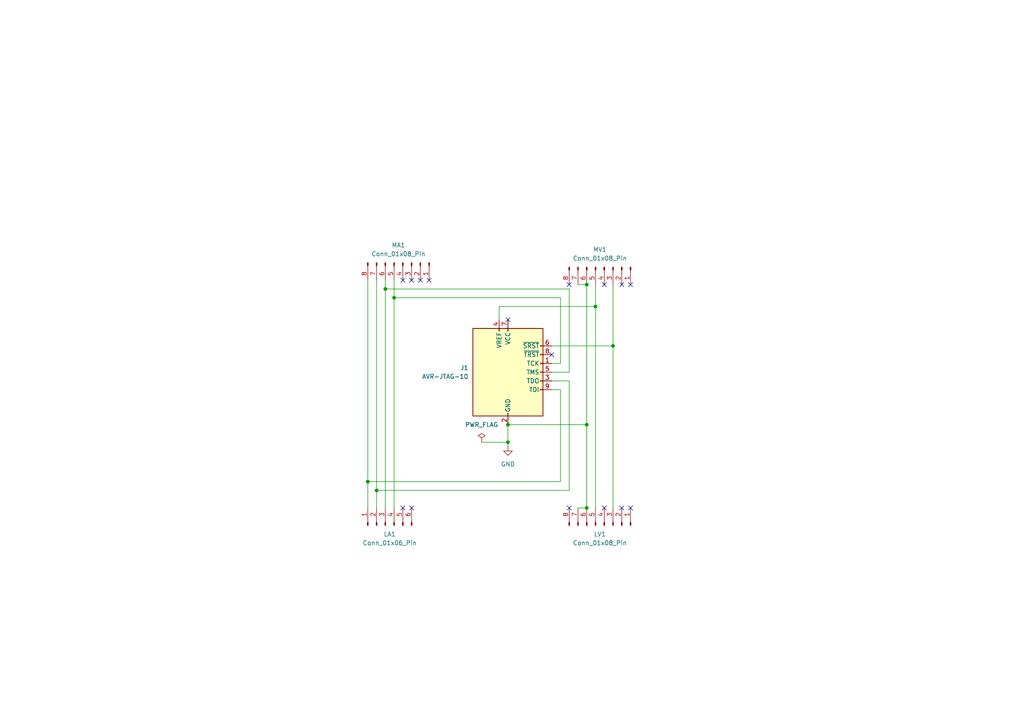
<source format=kicad_sch>
(kicad_sch (version 20231120) (generator "eeschema") (generator_version "8.0")
  (paper "A4")
  (lib_symbols
    (symbol "Connector:AVR-JTAG-10" (pin_names (offset 1.016))
      (property "Reference" "J" (at -8.89 13.97 0))
      (property "Value" "AVR-JTAG-10" (at 1.27 13.97 0))
      (symbol "AVR-JTAG-10_0_1"
        (rectangle (start -2.667 12.7) (end -2.413 11.938))
        (rectangle (start -0.127 -11.938) (end 0.127 -12.7))
        (rectangle (start -0.127 12.7) (end 0.127 11.938))
        (rectangle (start 10.16 -4.953) (end 9.398 -5.207))
        (rectangle (start 10.16 -2.413) (end 9.398 -2.667))
        (rectangle (start 10.16 0.127) (end 9.398 -0.127))
        (rectangle (start 10.16 2.667) (end 9.398 2.413))
        (rectangle (start 10.16 5.207) (end 9.398 4.953))
        (rectangle (start 10.16 7.747) (end 9.398 7.493))
        (rectangle (start 10.16 12.7) (end -10.16 -12.7) (stroke (width 0.254)) (fill (type background)))
      )
      (symbol "AVR-JTAG-10_1_1"
        (pin passive line (at 12.7 2.54 180) (length 2.54) (name "TCK") (number "1"))
        (pin passive line (at 0 -15.24 90) (length 2.54) hide (name "GND") (number "10"))
        (pin passive line (at 0 -15.24 90) (length 2.54) (name "GND") (number "2"))
        (pin passive line (at 12.7 -2.54 180) (length 2.54) (name "TDO") (number "3"))
        (pin passive line (at -2.54 15.24 270) (length 2.54) (name "VREF") (number "4"))
        (pin passive line (at 12.7 0 180) (length 2.54) (name "TMS") (number "5"))
        (pin passive line (at 12.7 7.62 180) (length 2.54) (name "~{SRST}") (number "6"))
        (pin passive line (at 0 15.24 270) (length 2.54) (name "VCC") (number "7"))
        (pin passive line (at 12.7 5.08 180) (length 2.54) (name "~{TRST}") (number "8"))
        (pin passive line (at 12.7 -5.08 180) (length 2.54) (name "TDI") (number "9"))
      )
    )
    (symbol "Connector:Conn_01x06_Pin" (pin_names (offset 1.016) hide)
      (property "Reference" "J" (at 0 7.62 0))
      (property "Value" "Conn_01x06_Pin" (at 0 -10.16 0))
      (symbol "Conn_01x06_Pin_1_1"
        (polyline (pts (xy 1.27 -7.62) (xy 0.8636 -7.62)) (stroke (width 0.1524)))
        (polyline (pts (xy 1.27 -5.08) (xy 0.8636 -5.08)) (stroke (width 0.1524)))
        (polyline (pts (xy 1.27 -2.54) (xy 0.8636 -2.54)) (stroke (width 0.1524)))
        (polyline (pts (xy 1.27 0) (xy 0.8636 0)) (stroke (width 0.1524)))
        (polyline (pts (xy 1.27 2.54) (xy 0.8636 2.54)) (stroke (width 0.1524)))
        (polyline (pts (xy 1.27 5.08) (xy 0.8636 5.08)) (stroke (width 0.1524)))
        (rectangle (start 0.8636 -7.493) (end 0 -7.747) (stroke (width 0.1524)) (fill (type outline)))
        (rectangle (start 0.8636 -4.953) (end 0 -5.207) (stroke (width 0.1524)) (fill (type outline)))
        (rectangle (start 0.8636 -2.413) (end 0 -2.667) (stroke (width 0.1524)) (fill (type outline)))
        (rectangle (start 0.8636 0.127) (end 0 -0.127) (stroke (width 0.1524)) (fill (type outline)))
        (rectangle (start 0.8636 2.667) (end 0 2.413) (stroke (width 0.1524)) (fill (type outline)))
        (rectangle (start 0.8636 5.207) (end 0 4.953) (stroke (width 0.1524)) (fill (type outline)))
        (pin passive line (at 5.08 5.08 180) (length 3.81) (name "Pin_1") (number "1"))
        (pin passive line (at 5.08 2.54 180) (length 3.81) (name "Pin_2") (number "2"))
        (pin passive line (at 5.08 0 180) (length 3.81) (name "Pin_3") (number "3"))
        (pin passive line (at 5.08 -2.54 180) (length 3.81) (name "Pin_4") (number "4"))
        (pin passive line (at 5.08 -5.08 180) (length 3.81) (name "Pin_5") (number "5"))
        (pin passive line (at 5.08 -7.62 180) (length 3.81) (name "Pin_6") (number "6"))
      )
    )
    (symbol "Connector:Conn_01x08_Pin" (pin_names (offset 1.016) hide)
      (property "Reference" "J" (at 0 10.16 0))
      (property "Value" "Conn_01x08_Pin" (at 0 -12.7 0))
      (symbol "Conn_01x08_Pin_1_1"
        (polyline (pts (xy 1.27 -10.16) (xy 0.8636 -10.16)) (stroke (width 0.1524)))
        (polyline (pts (xy 1.27 -7.62) (xy 0.8636 -7.62)) (stroke (width 0.1524)))
        (polyline (pts (xy 1.27 -5.08) (xy 0.8636 -5.08)) (stroke (width 0.1524)))
        (polyline (pts (xy 1.27 -2.54) (xy 0.8636 -2.54)) (stroke (width 0.1524)))
        (polyline (pts (xy 1.27 0) (xy 0.8636 0)) (stroke (width 0.1524)))
        (polyline (pts (xy 1.27 2.54) (xy 0.8636 2.54)) (stroke (width 0.1524)))
        (polyline (pts (xy 1.27 5.08) (xy 0.8636 5.08)) (stroke (width 0.1524)))
        (polyline (pts (xy 1.27 7.62) (xy 0.8636 7.62)) (stroke (width 0.1524)))
        (rectangle (start 0.8636 -10.033) (end 0 -10.287) (stroke (width 0.1524)) (fill (type outline)))
        (rectangle (start 0.8636 -7.493) (end 0 -7.747) (stroke (width 0.1524)) (fill (type outline)))
        (rectangle (start 0.8636 -4.953) (end 0 -5.207) (stroke (width 0.1524)) (fill (type outline)))
        (rectangle (start 0.8636 -2.413) (end 0 -2.667) (stroke (width 0.1524)) (fill (type outline)))
        (rectangle (start 0.8636 0.127) (end 0 -0.127) (stroke (width 0.1524)) (fill (type outline)))
        (rectangle (start 0.8636 2.667) (end 0 2.413) (stroke (width 0.1524)) (fill (type outline)))
        (rectangle (start 0.8636 5.207) (end 0 4.953) (stroke (width 0.1524)) (fill (type outline)))
        (rectangle (start 0.8636 7.747) (end 0 7.493) (stroke (width 0.1524)) (fill (type outline)))
        (pin passive line (at 5.08 7.62 180) (length 3.81) (name "Pin_1") (number "1"))
        (pin passive line (at 5.08 5.08 180) (length 3.81) (name "Pin_2") (number "2"))
        (pin passive line (at 5.08 2.54 180) (length 3.81) (name "Pin_3") (number "3"))
        (pin passive line (at 5.08 0 180) (length 3.81) (name "Pin_4") (number "4"))
        (pin passive line (at 5.08 -2.54 180) (length 3.81) (name "Pin_5") (number "5"))
        (pin passive line (at 5.08 -5.08 180) (length 3.81) (name "Pin_6") (number "6"))
        (pin passive line (at 5.08 -7.62 180) (length 3.81) (name "Pin_7") (number "7"))
        (pin passive line (at 5.08 -10.16 180) (length 3.81) (name "Pin_8") (number "8"))
      )
    )
    (symbol "power:GND" (power) (pin_numbers hide) (pin_names (offset 0) hide)
      (property "Value" "GND" (at 0 -3.81 0))
      (symbol "GND_0_1"
        (polyline (pts (xy 0 0) (xy 0 -1.27) (xy 1.27 -1.27) (xy 0 -2.54) (xy -1.27 -1.27) (xy 0 -1.27)))
      )
      (symbol "GND_1_1"
        (pin power_in line (at 0 0 270) (length 0) (name "~") (number "1"))
      )
    )
    (symbol "power:PWR_FLAG" (power) (pin_numbers hide) (pin_names (offset 0) hide)
      (property "Value" "PWR_FLAG" (at 0 3.81 0))
      (symbol "PWR_FLAG_0_0"
        (pin power_out line (at 0 0 90) (length 0) (name "~") (number "1"))
      )
      (symbol "PWR_FLAG_0_1"
        (polyline (pts (xy 0 0) (xy 0 1.27) (xy -1.016 1.905) (xy 0 2.54) (xy 1.016 1.905) (xy 0 1.27)))
      )
    )
  )
  (junction (at 170.18 82.55))
  (junction (at 170.18 123.19))
  (junction (at 177.8 100.33))
  (junction (at 170.18 147.32))
  (junction (at 114.3 86.36))
  (junction (at 147.32 123.19))
  (junction (at 172.72 88.9))
  (junction (at 111.76 83.82))
  (junction (at 109.22 142.24))
  (junction (at 147.32 128.27))
  (junction (at 106.68 139.7))
  (no_connect (at 121.92 81.28))
  (no_connect (at 116.84 81.28))
  (no_connect (at 175.26 82.55))
  (no_connect (at 116.84 147.32))
  (no_connect (at 119.38 147.32))
  (no_connect (at 180.34 82.55))
  (no_connect (at 182.88 82.55))
  (no_connect (at 165.1 147.32))
  (no_connect (at 175.26 147.32))
  (no_connect (at 180.34 147.32))
  (no_connect (at 147.32 92.71))
  (no_connect (at 124.46 81.28))
  (no_connect (at 119.38 81.28))
  (no_connect (at 160.02 102.87))
  (no_connect (at 165.1 82.55))
  (no_connect (at 182.88 147.32))
  (wire (pts (xy 160.02 113.03) (xy 162.56 113.03)))
  (wire (pts (xy 106.68 81.28) (xy 106.68 139.7)))
  (wire (pts (xy 111.76 83.82) (xy 111.76 147.32)))
  (wire (pts (xy 139.7 128.27) (xy 147.32 128.27)))
  (wire (pts (xy 114.3 81.28) (xy 114.3 86.36)))
  (wire (pts (xy 170.18 123.19) (xy 170.18 82.55)))
  (wire (pts (xy 111.76 83.82) (xy 165.1 83.82)))
  (wire (pts (xy 177.8 100.33) (xy 177.8 82.55)))
  (wire (pts (xy 172.72 88.9) (xy 172.72 147.32)))
  (wire (pts (xy 109.22 142.24) (xy 165.1 142.24)))
  (wire (pts (xy 160.02 110.49) (xy 165.1 110.49)))
  (wire (pts (xy 162.56 139.7) (xy 106.68 139.7)))
  (wire (pts (xy 160.02 107.95) (xy 165.1 107.95)))
  (wire (pts (xy 147.32 128.27) (xy 147.32 129.54)))
  (wire (pts (xy 170.18 123.19) (xy 170.18 147.32)))
  (wire (pts (xy 165.1 110.49) (xy 165.1 142.24)))
  (wire (pts (xy 109.22 142.24) (xy 109.22 147.32)))
  (wire (pts (xy 167.64 82.55) (xy 170.18 82.55)))
  (wire (pts (xy 111.76 81.28) (xy 111.76 83.82)))
  (wire (pts (xy 160.02 100.33) (xy 177.8 100.33)))
  (wire (pts (xy 106.68 139.7) (xy 106.68 147.32)))
  (wire (pts (xy 172.72 82.55) (xy 172.72 88.9)))
  (wire (pts (xy 144.78 88.9) (xy 172.72 88.9)))
  (wire (pts (xy 147.32 123.19) (xy 147.32 128.27)))
  (wire (pts (xy 162.56 113.03) (xy 162.56 139.7)))
  (wire (pts (xy 162.56 86.36) (xy 114.3 86.36)))
  (wire (pts (xy 165.1 107.95) (xy 165.1 83.82)))
  (wire (pts (xy 144.78 92.71) (xy 144.78 88.9)))
  (wire (pts (xy 177.8 100.33) (xy 177.8 147.32)))
  (wire (pts (xy 162.56 105.41) (xy 162.56 86.36)))
  (wire (pts (xy 114.3 86.36) (xy 114.3 147.32)))
  (wire (pts (xy 160.02 105.41) (xy 162.56 105.41)))
  (wire (pts (xy 147.32 123.19) (xy 170.18 123.19)))
  (wire (pts (xy 167.64 147.32) (xy 170.18 147.32)))
  (wire (pts (xy 109.22 81.28) (xy 109.22 142.24)))
  (symbol (lib_id "power:GND") (at 147.32 129.54 0) (unit 1)
    (property "Reference" "#PWR01" (effects (hide yes)))
    (property "Value" "GND" (at 147.32 134.62 0))
    (property "Description" "Power symbol creates a global label with name \"GND\" , ground" (effects (hide yes)))
  )
  (symbol (lib_id "Connector:Conn_01x08_Pin") (at 175.26 152.4 270) (mirror x) (unit 1)
    (property "Reference" "LV1" (at 173.99 154.94 90))
    (property "Value" "Conn_01x08_Pin" (at 173.99 157.48 90))
    (property "Footprint" "Connector_PinHeader_2.54mm:PinHeader_1x08_P2.54mm_Vertical" (effects (hide yes)))
    (property "Description" "Generic connector, single row, 01x08, script generated" (effects (hide yes)))
  )
  (symbol (lib_id "Connector:Conn_01x08_Pin") (at 116.84 76.2 270) (unit 1)
    (property "Reference" "MA1" (at 115.57 71.12 90))
    (property "Value" "Conn_01x08_Pin" (at 115.57 73.66 90))
    (property "Footprint" "Connector_PinHeader_2.54mm:PinHeader_1x08_P2.54mm_Vertical" (effects (hide yes)))
    (property "Description" "Generic connector, single row, 01x08, script generated" (effects (hide yes)))
  )
  (symbol (lib_id "Connector:Conn_01x06_Pin") (at 111.76 152.4 90) (unit 1)
    (property "Reference" "LA1" (at 113.03 154.94 90))
    (property "Value" "Conn_01x06_Pin" (at 113.03 157.48 90))
    (property "Footprint" "Connector_PinHeader_2.54mm:PinHeader_1x06_P2.54mm_Vertical" (effects (hide yes)))
    (property "Description" "Generic connector, single row, 01x06, script generated" (effects (hide yes)))
  )
  (symbol (lib_id "power:PWR_FLAG") (at 139.7 128.27 0) (unit 1)
    (property "Reference" "#FLG01" (effects (hide yes)))
    (property "Value" "PWR_FLAG" (at 139.7 123.19 0))
    (property "Description" "Special symbol for telling ERC where power comes from" (effects (hide yes)))
  )
  (symbol (lib_id "Connector:AVR-JTAG-10") (at 147.32 107.95 0) (unit 1)
    (property "Reference" "J1" (at 135.89 106.6799 0) (effects (justify right)))
    (property "Value" "AVR-JTAG-10" (at 135.89 109.2199 0) (effects (justify right)))
    (property "Footprint" "Connector_IDC:IDC-Header_2x05_P2.54mm_Vertical" (effects (hide yes)))
    (property "Description" "Atmel 10-pin JTAG connector" (effects (hide yes)))
  )
  (symbol (lib_id "Connector:Conn_01x08_Pin") (at 175.26 77.47 270) (unit 1)
    (property "Reference" "MV1" (at 173.99 72.39 90))
    (property "Value" "Conn_01x08_Pin" (at 173.99 74.93 90))
    (property "Footprint" "Connector_PinHeader_2.54mm:PinHeader_1x08_P2.54mm_Vertical" (effects (hide yes)))
    (property "Description" "Generic connector, single row, 01x08, script generated" (effects (hide yes)))
  )
)
</source>
